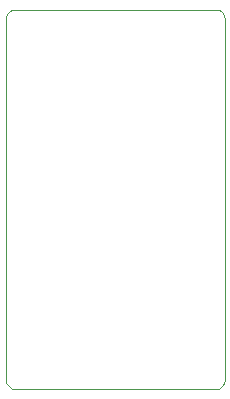
<source format=gko>
G04*
G04 #@! TF.GenerationSoftware,Altium Limited,Altium Designer,21.6.4 (81)*
G04*
G04 Layer_Color=16711935*
%FSLAX25Y25*%
%MOIN*%
G70*
G04*
G04 #@! TF.SameCoordinates,6B608D9E-A8E0-47A2-ABE4-9162D6615288*
G04*
G04*
G04 #@! TF.FilePolarity,Positive*
G04*
G01*
G75*
%ADD39C,0.00200*%
D39*
X3000Y126500D02*
X2073Y126353D01*
X1237Y125927D01*
X573Y125263D01*
X147Y124427D01*
X0Y123500D01*
X73000D02*
X72853Y124427D01*
X72427Y125263D01*
X71763Y125927D01*
X70927Y126353D01*
X70000Y126500D01*
Y0D02*
X70927Y147D01*
X71763Y573D01*
X72427Y1237D01*
X72853Y2073D01*
X73000Y3000D01*
X0D02*
X147Y2073D01*
X573Y1237D01*
X1237Y573D01*
X2073Y147D01*
X3000Y0D01*
X73000Y123500D02*
X73000Y3000D01*
X3000Y126500D02*
X70000Y126500D01*
X-0Y123500D02*
X0Y3000D01*
X3000Y0D02*
X70000D01*
M02*

</source>
